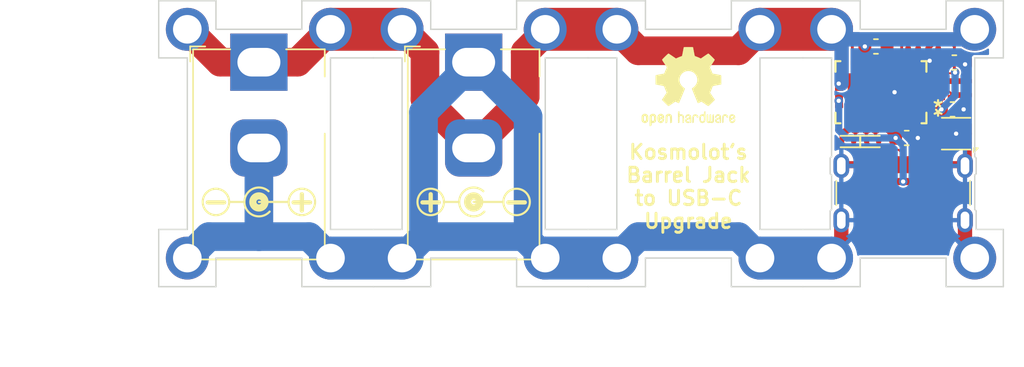
<source format=kicad_pcb>
(kicad_pcb (version 20240108) (generator "pcbnew") (generator_version "8.0")
  (layers (0 "F.Cu" signal) (31 "B.Cu" signal) (34 "B.Paste" user) (35 "F.Paste" user) (36 "B.SilkS" user "B.Silkscreen") (37 "F.SilkS" user "F.Silkscreen") (38 "B.Mask" user) (39 "F.Mask" user) (44 "Edge.Cuts" user))
  (net 0 "")
  (net 1 "/ADCIN4")
  (net 2 "+3.3V")
  (net 3 "/ADCIN3")
  (net 4 "+1.5V")
  (net 5 "/ADCIN1")
  (net 6 "/CC1")
  (net 7 "GND")
  (net 8 "/VBUS")
  (net 9 "/CC2")
  (net 10 "+12V")
  (net 11 "/ADCIN2")
  (net 15 "/DRAIN")
  (net 16 "/VIN_3V3")
  (footprint "Connector_USB:USB_C_Receptacle_GCT_USB4125-xx-x-0190_6P_TopMnt_Horizontal" (layer "F.Cu") (at 180 110.55)
    (property "Reference" "J3" (hide yes))
    (property "Value" "USB4125-GF-A	")
    (pad "A5" smd roundrect (at -0.5 -3.08) (size 0.7 1.2) (layers "F.Cu" "F.Paste" "F.Mask") (net 6 "/CC1"))
    (pad "A9" smd roundrect (at 1.52 -3.08 180) (size 0.76 1.2) (layers "F.Cu" "F.Paste" "F.Mask") (net 8 "/VBUS"))
    (pad "A12" smd roundrect (at 2.75 -3.08 180) (size 0.8 1.2) (layers "F.Cu" "F.Paste" "F.Mask") (net 7 "GND"))
    (pad "B5" smd roundrect (at 0.5 -3.08 180) (size 0.7 1.2) (layers "F.Cu" "F.Paste" "F.Mask") (net 9 "/CC2"))
    (pad "B9" smd roundrect (at -1.52 -3.08) (size 0.76 1.2) (layers "F.Cu" "F.Paste" "F.Mask") (net 8 "/VBUS"))
    (pad "B12" smd roundrect (at -2.75 -3.08) (size 0.8 1.2) (layers "F.Cu" "F.Paste" "F.Mask") (net 7 "GND"))
    (pad "S1" thru_hole oval (at -4.32 -3) (size 1.1 1.7) (drill oval 0.6 1.2) (layers "*.Cu" "*.Mask" "F.Paste") (net 7 "GND"))
    (pad "S1" thru_hole oval (at -4.32 0.8) (size 1.1 1.7) (drill oval 0.6 1.2) (layers "*.Cu" "*.Mask" "F.Paste") (net 7 "GND"))
    (pad "S1" thru_hole oval (at 4.32 -3) (size 1.1 1.7) (drill oval 0.6 1.2) (layers "*.Cu" "*.Mask" "F.Paste") (net 7 "GND"))
    (pad "S1" thru_hole oval (at 4.32 0.8) (size 1.1 1.7) (drill oval 0.6 1.2) (layers "*.Cu" "*.Mask" "F.Paste") (net 7 "GND"))
  )
  (footprint "Diode_SMD:D_SOD-923" (layer "F.Cu") (at 176.1275 105.85 180)
    (property "Reference" "D1" (hide yes))
    (property "Value" "ESD9C5.0ST5G")
    (pad "1" smd roundrect (at -0.42 0) (size 0.36 0.25) (layers "F.Cu" "F.Paste" "F.Mask") (net 6 "/CC1"))
    (pad "2" smd roundrect (at 0.42 0) (size 0.36 0.25) (layers "F.Cu" "F.Paste" "F.Mask") (net 7 "GND"))
  )
  (footprint "Package_SON:WSON-6-1EP_2x2mm_P0.65mm_EP1x1.6mm" (layer "F.Cu") (at 183.7 105.3 180)
    (property "Reference" "U1" (hide yes))
    (property "Value" "TVS2200DRV")
    (pad "1" smd roundrect (at -0.8875 -0.65 180) (size 0.375 0.4) (layers "F.Cu" "F.Paste" "F.Mask") (net 7 "GND"))
    (pad "2" smd roundrect (at -0.8875 0 180) (size 0.375 0.4) (layers "F.Cu" "F.Paste" "F.Mask") (net 7 "GND"))
    (pad "3" smd roundrect (at -0.8875 0.65 180) (size 0.375 0.4) (layers "F.Cu" "F.Paste" "F.Mask") (net 7 "GND"))
    (pad "4" smd roundrect (at 0.8875 0.65 180) (size 0.375 0.4) (layers "F.Cu" "F.Paste" "F.Mask") (net 8 "/VBUS"))
    (pad "5" smd roundrect (at 0.8875 0 180) (size 0.375 0.4) (layers "F.Cu" "F.Paste" "F.Mask") (net 8 "/VBUS"))
    (pad "6" smd roundrect (at 0.8875 -0.65 180) (size 0.375 0.4) (layers "F.Cu" "F.Paste" "F.Mask") (net 8 "/VBUS"))
    (pad "7" smd rect (at 0 0 180) (size 1 1.6) (property pad_prop_heatsink) (layers "F.Cu" "F.Mask") (net 7 "GND"))
  )
  (footprint "Symbol:OSHW-Logo2_7.3x6mm_SilkScreen" (layer "F.Cu") (at 165 102)
    (property "Reference" "REF**" (hide yes))
    (property "Value" "OSHW-Logo2_7.3x6mm_SilkScreen" (hide yes))
  )
  (footprint "Project:CMP" (layer "F.Cu") (at 150 106)
    (property "Reference" "J1" (hide yes))
    (property "Value" "CMP")
    (pad "1" thru_hole circle (at -5 -8) (size 3 3) (drill 2) (layers "*.Cu" "*.Mask") (net 10 "+12V"))
    (pad "2" thru_hole circle (at 5 -8) (size 3 3) (drill 2) (layers "*.Cu" "*.Mask") (net 10 "+12V"))
    (pad "3" thru_hole circle (at 5 8) (size 3 3) (drill 2) (layers "*.Cu" "*.Mask") (net 7 "GND"))
    (pad "4" thru_hole circle (at -5 8) (size 3 3) (drill 2) (layers "*.Cu" "*.Mask") (net 7 "GND"))
  )
  (footprint "Resistor_SMD:R_0201_0603Metric" (layer "F.Cu") (at 184.25 101.625)
    (property "Reference" "R5" (hide yes))
    (property "Value" "1.2k/1%")
    (pad "1" smd roundrect (at -0.32 0) (size 0.46 0.4) (layers "F.Cu" "F.Mask") (net 11 "/ADCIN2"))
    (pad "2" smd roundrect (at 0.32 0) (size 0.46 0.4) (layers "F.Cu" "F.Mask") (net 7 "GND"))
  )
  (footprint "Project:CMP" (layer "F.Cu") (at 135 106)
    (property "Reference" "J7" (hide yes))
    (property "Value" "CMP")
    (pad "1" thru_hole circle (at -5 -8) (size 3 3) (drill 2) (layers "*.Cu" "*.Mask") (net 10 "+12V"))
    (pad "2" thru_hole circle (at 5 -8) (size 3 3) (drill 2) (layers "*.Cu" "*.Mask") (net 10 "+12V"))
    (pad "3" thru_hole circle (at 5 8) (size 3 3) (drill 2) (layers "*.Cu" "*.Mask") (net 7 "GND"))
    (pad "4" thru_hole circle (at -5 8) (size 3 3) (drill 2) (layers "*.Cu" "*.Mask") (net 7 "GND"))
  )
  (footprint "Capacitor_SMD:C_0201_0603Metric" (layer "F.Cu") (at 177.75 105.1)
    (property "Reference" "C4" (hide yes))
    (property "Value" "330p")
    (pad "1" smd roundrect (at -0.32 0) (size 0.46 0.4) (layers "F.Cu" "F.Mask") (net 9 "/CC2"))
    (pad "2" smd roundrect (at 0.32 0) (size 0.46 0.4) (layers "F.Cu" "F.Mask") (net 7 "GND"))
  )
  (footprint "Resistor_SMD:R_0201_0603Metric" (layer "F.Cu") (at 181.05 99.1 -90)
    (property "Reference" "R8" (hide yes))
    (property "Value" "R")
    (pad "1" smd roundrect (at -0.32 0 270) (size 0.46 0.4) (layers "F.Cu" "F.Mask") (net 2 "+3.3V"))
    (pad "2" smd roundrect (at 0.32 0 270) (size 0.46 0.4) (layers "F.Cu" "F.Mask") (net 1 "/ADCIN4"))
  )
  (footprint "Capacitor_SMD:C_0603_1608Metric" (layer "F.Cu") (at 183.575 100.325)
    (property "Reference" "C2" (hide yes))
    (property "Value" "10u/6.3V")
    (pad "1" smd roundrect (at -0.775 0) (size 0.9 0.95) (layers "F.Cu" "F.Paste" "F.Mask") (net 4 "+1.5V"))
    (pad "2" smd roundrect (at 0.775 0) (size 0.9 0.95) (layers "F.Cu" "F.Paste" "F.Mask") (net 7 "GND"))
  )
  (footprint "Connector_BarrelJack:BarrelJack_Horizontal" (layer "F.Cu") (at 135 100.3 90)
    (property "Reference" "J6" (hide yes))
    (property "Value" "Barrel Jack Footprint")
    (pad "1" thru_hole rect (at 0 0 90) (size 4 4) (drill oval 2 3) (layers "*.Cu" "*.Mask") (net 10 "+12V"))
    (pad "2" thru_hole roundrect (at -6 0 90) (size 4 4) (drill oval 2 3) (layers "*.Cu" "*.Mask") (net 7 "GND"))
  )
  (footprint "Resistor_SMD:R_0201_0603Metric" (layer "F.Cu") (at 183.025 101.625)
    (property "Reference" "R4" (hide yes))
    (property "Value" "5.1k/1%")
    (pad "1" smd roundrect (at -0.32 0) (size 0.46 0.4) (layers "F.Cu" "F.Mask") (net 2 "+3.3V"))
    (pad "2" smd roundrect (at 0.32 0) (size 0.46 0.4) (layers "F.Cu" "F.Mask") (net 11 "/ADCIN2"))
  )
  (footprint "Connector_BarrelJack:BarrelJack_Horizontal" (layer "F.Cu") (at 150 100.3 90)
    (property "Reference" "J2" (hide yes))
    (property "Value" "Barrel Jack Footprint")
    (pad "1" thru_hole rect (at 0 0 90) (size 4 4) (drill oval 2 3) (layers "*.Cu" "*.Mask") (net 7 "GND"))
    (pad "2" thru_hole roundrect (at -6 0 90) (size 4 4) (drill oval 2 3) (layers "*.Cu" "*.Mask") (net 10 "+12V"))
  )
  (footprint "Project:WQFN38_REF_TEX" (layer "F.Cu") (at 178.45 102.4 180)
    (property "Reference" "U2" (hide yes))
    (property "Value" "TPS25730DREFR")
    (fp_text user "*" (at -3.989401 -1.1 0) (layer "F.SilkS"))
    (fp_text user "*" (at -3.989401 -1.1 180) (layer "F.SilkS"))
    (pad "1" smd rect (at -2.925 -1.000001 180) (size 0.5588 0.2032) (layers "F.Cu" "F.Paste" "F.Mask") (net 2 "+3.3V"))
    (pad "2" smd rect (at -2.925 -0.599999 180) (size 0.5588 0.2032) (layers "F.Cu" "F.Paste" "F.Mask") (net 5 "/ADCIN1"))
    (pad "3" smd rect (at -2.925 -0.2 180) (size 0.5588 0.2032) (layers "F.Cu" "F.Paste" "F.Mask") (net 11 "/ADCIN2"))
    (pad "4" smd rect (at -2.925 0.2 180) (size 0.5588 0.2032) (layers "F.Cu" "F.Paste" "F.Mask") (net 4 "+1.5V"))
    (pad "5" smd rect (at -2.925 0.599999 180) (size 0.5588 0.2032) (layers "F.Cu" "F.Paste" "F.Mask") (net 3 "/ADCIN3"))
    (pad "6" smd rect (at -2.925 1.000001 180) (size 0.5588 0.2032) (layers "F.Cu" "F.Paste" "F.Mask"))
    (pad "7" smd rect (at -2.4 1.925 270) (size 0.5588 0.2032) (layers "F.Cu" "F.Paste" "F.Mask") (net 1 "/ADCIN4"))
    (pad "8" smd rect (at -2.000001 1.925 270) (size 0.5588 0.2032) (layers "F.Cu" "F.Paste" "F.Mask") (net 7 "GND"))
    (pad "9" smd rect (at -1.599999 1.925 270) (size 0.5588 0.2032) (layers "F.Cu" "F.Paste" "F.Mask") (net 7 "GND"))
    (pad "10" smd rect (at -1.2 1.925 270) (size 0.5588 0.2032) (layers "F.Cu" "F.Paste" "F.Mask"))
    (pad "11" smd rect (at -0.800001 1.925 270) (size 0.5588 0.2032) (layers "F.Cu" "F.Paste" "F.Mask") (net 7 "GND"))
    (pad "12" smd rect (at -0.399999 1.925 270) (size 0.5588 0.2032) (layers "F.Cu" "F.Paste" "F.Mask") (net 7 "GND"))
    (pad "13" smd rect (at 0 1.925 270) (size 0.5588 0.2032) (layers "F.Cu" "F.Paste" "F.Mask"))
    (pad "14" smd rect (at 0.399999 1.925 270) (size 0.5588 0.2032) (layers "F.Cu" "F.Paste" "F.Mask") (net 7 "GND"))
    (pad "15" smd rect (at 0.800001 1.925 270) (size 0.5588 0.2032) (layers "F.Cu" "F.Paste" "F.Mask") (net 15 "/DRAIN"))
    (pad "16" smd rect (at 1.2 1.925 270) (size 0.5588 0.2032) (layers "F.Cu" "F.Paste" "F.Mask") (net 7 "GND"))
    (pad "17" smd rect (at 1.599999 1.925 270) (size 0.5588 0.2032) (layers "F.Cu" "F.Paste" "F.Mask") (net 7 "GND"))
    (pad "18" smd rect (at 1.999999 1.925 270) (size 0.5588 0.2032) (layers "F.Cu" "F.Paste" "F.Mask") (net 2 "+3.3V"))
    (pad "19" smd rect (at 2.4 1.925 270) (size 0.5588 0.2032) (layers "F.Cu" "F.Paste" "F.Mask"))
    (pad "20" smd rect (at 2.925 1.000001 180) (size 0.5588 0.2032) (layers "F.Cu" "F.Paste" "F.Mask") (net 10 "+12V"))
    (pad "21" smd rect (at 2.925 0.599999 180) (size 0.5588 0.2032) (layers "F.Cu" "F.Paste" "F.Mask") (net 10 "+12V"))
    (pad "22" smd rect (at 2.925 0.2 180) (size 0.5588 0.2032) (layers "F.Cu" "F.Paste" "F.Mask") (net 10 "+12V"))
    (pad "23" smd rect (at 2.925 -0.2 180) (size 0.5588 0.2032) (layers "F.Cu" "F.Paste" "F.Mask") (net 8 "/VBUS"))
    (pad "24" smd rect (at 2.925 -0.599999 180) (size 0.5588 0.2032) (layers "F.Cu" "F.Paste" "F.Mask") (net 8 "/VBUS"))
    (pad "25" smd rect (at 2.925 -1.000001 180) (size 0.5588 0.2032) (layers "F.Cu" "F.Paste" "F.Mask") (net 8 "/VBUS"))
    (pad "26" smd rect (at 2.4 -1.925 270) (size 0.5588 0.2032) (layers "F.Cu" "F.Paste" "F.Mask") (net 7 "GND"))
    (pad "27" smd rect (at 2.000001 -1.925 270) (size 0.5588 0.2032) (layers "F.Cu" "F.Paste" "F.Mask") (net 7 "GND"))
    (pad "28" smd rect (at 1.599999 -1.925 270) (size 0.5588 0.2032) (layers "F.Cu" "F.Paste" "F.Mask") (net 6 "/CC1"))
    (pad "29" smd rect (at 1.2 -1.925 270) (size 0.5588 0.2032) (layers "F.Cu" "F.Paste" "F.Mask") (net 9 "/CC2"))
    (pad "30" smd rect (at 0.800001 -1.925 270) (size 0.5588 0.2032) (layers "F.Cu" "F.Paste" "F.Mask") (net 15 "/DRAIN"))
    (pad "31" smd rect (at 0.399999 -1.925 270) (size 0.5588 0.2032) (layers "F.Cu" "F.Paste" "F.Mask") (net 7 "GND"))
    (pad "32" smd rect (at 0 -1.925 270) (size 0.5588 0.2032) (layers "F.Cu" "F.Paste" "F.Mask") (net 8 "/VBUS"))
    (pad "33" smd rect (at -0.399999 -1.925 270) (size 0.5588 0.2032) (layers "F.Cu" "F.Paste" "F.Mask") (net 8 "/VBUS"))
    (pad "34" smd rect (at -0.800001 -1.925 270) (size 0.5588 0.2032) (layers "F.Cu" "F.Paste" "F.Mask") (net 7 "GND"))
    (pad "35" smd rect (at -1.2 -1.925 270) (size 0.5588 0.2032) (layers "F.Cu" "F.Paste" "F.Mask") (net 7 "GND"))
    (pad "36" smd rect (at -1.599999 -1.925 270) (size 0.5588 0.2032) (layers "F.Cu" "F.Paste" "F.Mask") (net 7 "GND"))
    (pad "37" smd rect (at -1.999999 -1.925 270) (size 0.5588 0.2032) (layers "F.Cu" "F.Paste" "F.Mask"))
    (pad "38" smd rect (at -2.4 -1.925 270) (size 0.5588 0.2032) (layers "F.Cu" "F.Paste" "F.Mask") (net 16 "/VIN_3V3"))
    (pad "39" smd rect (at -0.965 0 180) (size 2.7178 2.6416) (layers "F.Cu" "F.Paste" "F.Mask") (net 7 "GND"))
    (pad "40" smd rect (at 1.560068 0 180) (size 1.524 2.6416) (layers "F.Cu" "F.Paste" "F.Mask") (net 15 "/DRAIN"))
  )
  (footprint "Symbol:Symbol_Barrel_Polarity" (layer "F.Cu") (at 150 110)
    (property "Reference" "REF**" (hide yes))
    (property "Value" "Symbol_Barrel_Polarity")
  )
  (footprint "Capacitor_SMD:C_0603_1608Metric" (layer "F.Cu") (at 180.25 105.6)
    (property "Reference" "C5" (hide yes))
    (property "Value" "1u/25V")
    (pad "1" smd roundrect (at -0.775 0) (size 0.9 0.95) (layers "F.Cu" "F.Paste" "F.Mask") (net 8 "/VBUS"))
    (pad "2" smd roundrect (at 0.775 0) (size 0.9 0.95) (layers "F.Cu" "F.Paste" "F.Mask") (net 7 "GND"))
  )
  (footprint "Diode_SMD:D_SOD-923" (layer "F.Cu") (at 177.8725 105.85)
    (property "Reference" "D2" (hide yes))
    (property "Value" "ESD9C5.0ST5G")
    (pad "1" smd roundrect (at -0.42 0 180) (size 0.36 0.25) (layers "F.Cu" "F.Paste" "F.Mask") (net 9 "/CC2"))
    (pad "2" smd roundrect (at 0.42 0 180) (size 0.36 0.25) (layers "F.Cu" "F.Paste" "F.Mask") (net 7 "GND"))
  )
  (footprint "Resistor_SMD:R_0201_0603Metric" (layer "F.Cu") (at 182.45 99.1 -90)
    (property "Reference" "R7" (hide yes))
    (property "Value" "0R")
    (pad "1" smd roundrect (at -0.32 0 270) (size 0.46 0.4) (layers "F.Cu" "F.Mask") (net 3 "/ADCIN3"))
    (pad "2" smd roundrect (at 0.32 0 270) (size 0.46 0.4) (layers "F.Cu" "F.Mask") (net 7 "GND"))
  )
  (footprint "Resistor_SMD:R_0201_0603Metric" (layer "F.Cu") (at 180.35 99.1 90)
    (property "Reference" "R9" (hide yes))
    (property "Value" "0R")
    (pad "1" smd roundrect (at -0.32 0 90) (size 0.46 0.4) (layers "F.Cu" "F.Mask") (net 1 "/ADCIN4"))
    (pad "2" smd roundrect (at 0.32 0 90) (size 0.46 0.4) (layers "F.Cu" "F.Mask") (net 7 "GND"))
  )
  (footprint "Capacitor_SMD:C_0603_1608Metric" (layer "F.Cu") (at 178.1 99.2)
    (property "Reference" "C6" (hide yes))
    (property "Value" "1u/25V")
    (pad "1" smd roundrect (at -0.775 0) (size 0.9 0.95) (layers "F.Cu" "F.Paste" "F.Mask") (net 10 "+12V"))
    (pad "2" smd roundrect (at 0.775 0) (size 0.9 0.95) (layers "F.Cu" "F.Paste" "F.Mask") (net 7 "GND"))
  )
  (footprint "Project:CMP" (layer "F.Cu") (at 165 106)
    (property "Reference" "J4" (hide yes))
    (property "Value" "CMP")
    (pad "1" thru_hole circle (at -5 -8) (size 3 3) (drill 2) (layers "*.Cu" "*.Mask") (net 10 "+12V"))
    (pad "2" thru_hole circle (at 5 -8) (size 3 3) (drill 2) (layers "*.Cu" "*.Mask") (net 10 "+12V"))
    (pad "3" thru_hole circle (at 5 8) (size 3 3) (drill 2) (layers "*.Cu" "*.Mask") (net 7 "GND"))
    (pad "4" thru_hole circle (at -5 8) (size 3 3) (drill 2) (layers "*.Cu" "*.Mask") (net 7 "GND"))
  )
  (footprint "Resistor_SMD:R_0201_0603Metric" (layer "F.Cu") (at 184.25 102.6)
    (property "Reference" "R3" (hide yes))
    (property "Value" "620R/1%")
    (pad "1" smd roundrect (at -0.32 0) (size 0.46 0.4) (layers "F.Cu" "F.Mask") (net 5 "/ADCIN1"))
    (pad "2" smd roundrect (at 0.32 0) (size 0.46 0.4) (layers "F.Cu" "F.Mask") (net 7 "GND"))
  )
  (footprint "Resistor_SMD:R_0201_0603Metric" (layer "F.Cu") (at 181.75 99.1 -90)
    (property "Reference" "R6" (hide yes))
    (property "Value" "R")
    (pad "1" smd roundrect (at -0.32 0 270) (size 0.46 0.4) (layers "F.Cu" "F.Mask") (net 2 "+3.3V"))
    (pad "2" smd roundrect (at 0.32 0 270) (size 0.46 0.4) (layers "F.Cu" "F.Mask") (net 3 "/ADCIN3"))
  )
  (footprint "Project:CMP" (layer "F.Cu") (at 180 106)
    (property "Reference" "J5" (hide yes))
    (property "Value" "CMP")
    (pad "1" thru_hole circle (at -5 -8) (size 3 3) (drill 2) (layers "*.Cu" "*.Mask") (net 10 "+12V"))
    (pad "2" thru_hole circle (at 5 -8) (size 3 3) (drill 2) (layers "*.Cu" "*.Mask") (net 10 "+12V"))
    (pad "3" thru_hole circle (at 5 8) (size 3 3) (drill 2) (layers "*.Cu" "*.Mask") (net 7 "GND"))
    (pad "4" thru_hole circle (at -5 8) (size 3 3) (drill 2) (layers "*.Cu" "*.Mask") (net 7 "GND"))
  )
  (footprint "Symbol:Symbol_Barrel_Polarity" (layer "F.Cu") (at 135 110)
    (property "Reference" "REF**" (hide yes))
    (property "Value" "Symbol_Barrel_Polarity")
  )
  (footprint "Capacitor_SMD:C_0201_0603Metric" (layer "F.Cu") (at 176.35 105.1 180)
    (property "Reference" "C3" (hide yes))
    (property "Value" "330p")
    (pad "1" smd roundrect (at -0.32 0 180) (size 0.46 0.4) (layers "F.Cu" "F.Mask") (net 6 "/CC1"))
    (pad "2" smd roundrect (at 0.32 0 180) (size 0.46 0.4) (layers "F.Cu" "F.Mask") (net 7 "GND"))
  )
  (footprint "Capacitor_SMD:C_0201_0603Metric" (layer "F.Cu") (at 182 105.45 -90)
    (property "Reference" "C7" (hide yes))
    (property "Value" "100n")
    (pad "1" smd roundrect (at -0.32 0 270) (size 0.46 0.4) (layers "F.Cu" "F.Mask") (net 16 "/VIN_3V3"))
    (pad "2" smd roundrect (at 0.32 0 270) (size 0.46 0.4) (layers "F.Cu" "F.Mask") (net 7 "GND"))
  )
  (footprint "Resistor_SMD:R_0201_0603Metric" (layer "F.Cu") (at 183.025 102.775)
    (property "Reference" "R2" (hide yes))
    (property "Value" "5.1k/1%")
    (pad "1" smd roundrect (at -0.32 0) (size 0.46 0.4) (layers "F.Cu" "F.Mask") (net 2 "+3.3V"))
    (pad "2" smd roundrect (at 0.32 0) (size 0.46 0.4) (layers "F.Cu" "F.Mask") (net 5 "/ADCIN1"))
  )
  (footprint "Capacitor_SMD:C_0603_1608Metric" (layer "F.Cu") (at 183.45 103.6)
    (property "Reference" "C1" (hide yes))
    (property "Value" "10u/6.3V")
    (pad "1" smd roundrect (at -0.775 0) (size 0.9 0.95) (layers "F.Cu" "F.Paste" "F.Mask") (net 2 "+3.3V"))
    (pad "2" smd roundrect (at 0.775 0) (size 0.9 0.95) (layers "F.Cu" "F.Paste" "F.Mask") (net 7 "GND"))
  )
  (gr_rect (start 175.25 101.3) (end 175.8 102.3) (fill solid) (layer "F.Cu") (net 10))
  (gr_rect (start 178.35 104.05) (end 178.95 104.6) (fill solid) (layer "F.Cu") (net 8))
  (gr_rect (start 175.25 102.5) (end 175.8 103.5) (fill solid) (layer "F.Cu") (net 8))
  (gr_rect (start 179.15 104.05) (end 179.75 104.6) (fill solid) (layer "F.Cu") (net 7))
  (gr_line (start 185.1 107) (end 185.1 108.1) (stroke (width 0.1)) (layer "Edge.Cuts"))
  (gr_line (start 138 116) (end 138 114) (stroke (width 0.1)) (layer "Edge.Cuts"))
  (gr_line (start 162 114) (end 162 116) (stroke (width 0.1)) (layer "Edge.Cuts"))
  (gr_line (start 185.1 108.1) (end 185 108.2) (stroke (width 0.1)) (layer "Edge.Cuts"))
  (gr_line (start 140 100) (end 140 112) (stroke (width 0.1)) (layer "Edge.Cuts"))
  (gr_line (start 143 116) (end 147 116) (stroke (width 0.1)) (layer "Edge.Cuts"))
  (gr_line (start 143 100) (end 140 100) (stroke (width 0.1)) (layer "Edge.Cuts"))
  (gr_line (start 128 96) (end 128 100) (stroke (width 0.1)) (layer "Edge.Cuts"))
  (gr_line (start 147 98) (end 153 98) (stroke (width 0.1)) (layer "Edge.Cuts"))
  (gr_line (start 143 112) (end 145 112) (stroke (width 0.1)) (layer "Edge.Cuts"))
  (gr_line (start 177 98) (end 183 98) (stroke (width 0.1)) (layer "Edge.Cuts"))
  (gr_line (start 168 114) (end 162 114) (stroke (width 0.1)) (layer "Edge.Cuts"))
  (gr_line (start 140 112) (end 143 112) (stroke (width 0.1)) (layer "Edge.Cuts"))
  (gr_line (start 128 116) (end 132 116) (stroke (width 0.1)) (layer "Edge.Cuts"))
  (gr_line (start 173 116) (end 177 116) (stroke (width 0.1)) (layer "Edge.Cuts"))
  (gr_line (start 130 112) (end 130 100) (stroke (width 0.1)) (layer "Edge.Cuts"))
  (gr_line (start 158 116) (end 153 116) (stroke (width 0.1)) (layer "Edge.Cuts"))
  (gr_line (start 187 116) (end 183 116) (stroke (width 0.1)) (layer "Edge.Cuts"))
  (gr_line (start 160 100) (end 158 100) (stroke (width 0.1)) (layer "Edge.Cuts"))
  (gr_line (start 173 116) (end 168 116) (stroke (width 0.1)) (layer "Edge.Cuts"))
  (gr_line (start 162 98) (end 168 98) (stroke (width 0.1)) (layer "Edge.Cuts"))
  (gr_line (start 153 114) (end 147 114) (stroke (width 0.1)) (layer "Edge.Cuts"))
  (gr_line (start 170 100) (end 170 112) (stroke (width 0.1)) (layer "Edge.Cuts"))
  (gr_line (start 128 96) (end 132 96) (stroke (width 0.1)) (layer "Edge.Cuts"))
  (gr_line (start 153 116) (end 153 114) (stroke (width 0.1)) (layer "Edge.Cuts"))
  (gr_line (start 174.9 112) (end 174.9 110.7) (stroke (width 0.1)) (layer "Edge.Cuts"))
  (gr_line (start 175 106.9) (end 175 100) (stroke (width 0.1)) (layer "Edge.Cuts"))
  (gr_line (start 175 108.2) (end 174.9 108.1) (stroke (width 0.1)) (layer "Edge.Cuts"))
  (gr_line (start 174.9 107) (end 175 106.9) (stroke (width 0.1)) (layer "Edge.Cuts"))
  (gr_line (start 174.9 108.1) (end 174.9 107) (stroke (width 0.1)) (layer "Edge.Cuts"))
  (gr_line (start 175 110.6) (end 175 108.2) (stroke (width 0.1)) (layer "Edge.Cuts"))
  (gr_line (start 147 114) (end 147 116) (stroke (width 0.1)) (layer "Edge.Cuts"))
  (gr_line (start 143 96) (end 147 96) (stroke (width 0.1)) (layer "Edge.Cuts"))
  (gr_line (start 183 114) (end 177 114) (stroke (width 0.1)) (layer "Edge.Cuts"))
  (gr_line (start 138 114) (end 132 114) (stroke (width 0.1)) (layer "Edge.Cuts"))
  (gr_line (start 158 96) (end 162 96) (stroke (width 0.1)) (layer "Edge.Cuts"))
  (gr_line (start 173 96) (end 177 96) (stroke (width 0.1)) (layer "Edge.Cuts"))
  (gr_line (start 138 98) (end 138 96) (stroke (width 0.1)) (layer "Edge.Cuts"))
  (gr_line (start 145 112) (end 145 100) (stroke (width 0.1)) (layer "Edge.Cuts"))
  (gr_line (start 128 116) (end 128 112) (stroke (width 0.1)) (layer "Edge.Cuts"))
  (gr_line (start 170 112) (end 173 112) (stroke (width 0.1)) (layer "Edge.Cuts"))
  (gr_line (start 187 100) (end 185 100) (stroke (width 0.1)) (layer "Edge.Cuts"))
  (gr_line (start 158 112) (end 160 112) (stroke (width 0.1)) (layer "Edge.Cuts"))
  (gr_line (start 158 96) (end 153 96) (stroke (width 0.1)) (layer "Edge.Cuts"))
  (gr_line (start 173 96) (end 168 96) (stroke (width 0.1)) (layer "Edge.Cuts"))
  (gr_line (start 173 112) (end 174.9 112) (stroke (width 0.1)) (layer "Edge.Cuts"))
  (gr_line (start 174.9 110.7) (end 175 110.6) (stroke (width 0.1)) (layer "Edge.Cuts"))
  (gr_line (start 143 116) (end 138 116) (stroke (width 0.1)) (layer "Edge.Cuts"))
  (gr_line (start 162 96) (end 162 98) (stroke (width 0.1)) (layer "Edge.Cuts"))
  (gr_line (start 158 116) (end 162 116) (stroke (width 0.1)) (layer "Edge.Cuts"))
  (gr_line (start 130 100) (end 128 100) (stroke (width 0.1)) (layer "Edge.Cuts"))
  (gr_line (start 185 106.9) (end 185.1 107) (stroke (width 0.1)) (layer "Edge.Cuts"))
  (gr_line (start 173 100) (end 170 100) (stroke (width 0.1)) (layer "Edge.Cuts"))
  (gr_line (start 145 100) (end 143 100) (stroke (width 0.1)) (layer "Edge.Cuts"))
  (gr_line (start 132 98) (end 138 98) (stroke (width 0.1)) (layer "Edge.Cuts"))
  (gr_line (start 187 116) (end 187 112) (stroke (width 0.1)) (layer "Edge.Cuts"))
  (gr_line (start 143 96) (end 138 96) (stroke (width 0.1)) (layer "Edge.Cuts"))
  (gr_line (start 183 116) (end 183 114) (stroke (width 0.1)) (layer "Edge.Cuts"))
  (gr_line (start 155 100) (end 155 112) (stroke (width 0.1)) (layer "Edge.Cuts"))
  (gr_line (start 187 96) (end 187 100) (stroke (width 0.1)) (layer "Edge.Cuts"))
  (gr_line (start 132 114) (end 132 116) (stroke (width 0.1)) (layer "Edge.Cuts"))
  (gr_line (start 153 98) (end 153 96) (stroke (width 0.1)) (layer "Edge.Cuts"))
  (gr_line (start 175 100) (end 173 100) (stroke (width 0.1)) (layer "Edge.Cuts"))
  (gr_line (start 147 96) (end 147 98) (stroke (width 0.1)) (layer "Edge.Cuts"))
  (gr_line (start 185 110.6) (end 185.1 110.7) (stroke (width 0.1)) (layer "Edge.Cuts"))
  (gr_line (start 185.1 112) (end 187 112) (stroke (width 0.1)) (layer "Edge.Cuts"))
  (gr_line (start 183 98) (end 183 96) (stroke (width 0.1)) (layer "Edge.Cuts"))
  (gr_line (start 187 96) (end 183 96) (stroke (width 0.1)) (layer "Edge.Cuts"))
  (gr_line (start 168 116) (end 168 114) (stroke (width 0.1)) (layer "Edge.Cuts"))
  (gr_line (start 160 112) (end 160 100) (stroke (width 0.1)) (layer "Edge.Cuts"))
  (gr_line (start 177 114) (end 177 116) (stroke (width 0.1)) (layer "Edge.Cuts"))
  (gr_line (start 155 112) (end 158 112) (stroke (width 0.1)) (layer "Edge.Cuts"))
  (gr_line (start 177 96) (end 177 98) (stroke (width 0.1)) (layer "Edge.Cuts"))
  (gr_line (start 128 112) (end 130 112) (stroke (width 0.1)) (layer "Edge.Cuts"))
  (gr_line (start 132 96) (end 132 98) (stroke (width 0.1)) (layer "Edge.Cuts"))
  (gr_line (start 168 98) (end 168 96) (stroke (width 0.1)) (layer "Edge.Cuts"))
  (gr_line (start 158 100) (end 155 100) (stroke (width 0.1)) (layer "Edge.Cuts"))
  (gr_line (start 185 100) (end 185 106.9) (stroke (width 0.1)) (layer "Edge.Cuts"))
  (gr_line (start 185 108.2) (end 185 110.6) (stroke (width 0.1)) (layer "Edge.Cuts"))
  (gr_line (start 185.1 110.7) (end 185.1 112) (stroke (width 0.1)) (layer "Edge.Cuts"))
  (gr_text "-" (at 132 110 0) (layer "F.SilkS") (effects (font (size 1.5 1.5) (thickness 0.3) (bold yes))))
  (gr_text "+" (at 138 110 0) (layer "F.SilkS") (effects (font (size 1.5 1.5) (thickness 0.3) (bold yes))))
  (gr_text "-" (at 153 110 0) (layer "F.SilkS") (effects (font (size 1.5 1.5) (thickness 0.3) (bold yes))))
  (gr_text "+" (at 147 110 0) (layer "F.SilkS") (effects (font (size 1.5 1.5) (thickness 0.3) (bold yes))))
  (gr_text "Kosmolot's\nBarrel Jack\nto USB-C\nUpgrade" (at 165 109 0) (layer "F.SilkS") (effects (font (size 1 1) (thickness 0.2) (bold yes))))
  (segment (start 181.05 99.83) (end 181.05 99.42) (width 0.127) (layer "F.Cu") (net 1))
  (segment (start 181.05 99.42) (end 180.35 99.42) (width 0.127) (layer "F.Cu") (net 1))
  (segment (start 180.85 100.475) (end 180.85 100.03) (width 0.127) (layer "F.Cu") (net 1))
  (segment (start 180.85 100.03) (end 181.05 99.83) (width 0.127) (layer "F.Cu") (net 1))
  (segment (start 183.575 101.05) (end 183.575 99.949564) (width 0.127) (layer "F.Cu") (net 2))
  (segment (start 183.575 99.949564) (end 183.575001 99.949563) (width 0.127) (layer "F.Cu") (net 2))
  (segment (start 176.450001 100.475) (end 176.450001 98.954539) (width 0.2) (layer "F.Cu") (net 2))
  (segment (start 182.475001 103.400001) (end 182.675 103.6) (width 0.2) (layer "F.Cu") (net 2))
  (segment (start 183.4 101.075) (end 183.5 100.975) (width 0.127) (layer "F.Cu") (net 2))
  (segment (start 182.705 103.57) (end 182.675 103.6) (width 0.127) (layer "F.Cu") (net 2))
  (segment (start 181.75 98.78) (end 181.75 98.325) (width 0.2) (layer "F.Cu") (net 2))
  (segment (start 177.08154 98.323) (end 181.05 98.323) (width 0.2) (layer "F.Cu") (net 2))
  (segment (start 182.705 102.775) (end 182.705 103.57) (width 0.127) (layer "F.Cu") (net 2))
  (segment (start 183.575 99.2) (end 183.575 101.05) (width 0.2) (layer "F.Cu") (net 2))
  (segment (start 181.05 98.323) (end 181.773 98.323) (width 0.2) (layer "F.Cu") (net 2))
  (segment (start 182.825 101.075) (end 183.4 101.075) (width 0.127) (layer "F.Cu") (net 2))
  (segment (start 182.698 98.323) (end 183.575 99.2) (width 0.2) (layer "F.Cu") (net 2))
  (segment (start 176.450001 98.954539) (end 177.08154 98.323) (width 0.2) (layer "F.Cu") (net 2))
  (segment (start 182.705 101.625) (end 182.705 101.195) (width 0.127) (layer "F.Cu") (net 2))
  (segment (start 181.375 103.400001) (end 182.475001 103.400001) (width 0.2) (layer "F.Cu") (net 2))
  (segment (start 181.773 98.323) (end 182.698 98.323) (width 0.2) (layer "F.Cu") (net 2))
  (segment (start 181.05 98.323) (end 181.05 98.78) (width 0.2) (layer "F.Cu") (net 2))
  (segment (start 182.705 101.195) (end 182.825 101.075) (width 0.127) (layer "F.Cu") (net 2))
  (via (at 182.675 103.6) (size 0.6) (drill 0.3) (layers "F.Cu" "B.Cu") (net 2))
  (via (at 183.62761 101.019187) (size 0.6) (drill 0.3) (layers "F.Cu" "B.Cu") (net 2))
  (segment (start 183.62761 101.019187) (end 183.62761 102.64739) (width 0.5) (layer "B.Cu") (net 2))
  (segment (start 183.62761 102.64739) (end 182.675 103.6) (width 0.5) (layer "B.Cu") (net 2))
  (segment (start 182.4464 98.78) (end 182.45 98.78) (width 0.127) (layer "F.Cu") (net 3))
  (segment (start 181.35 100.707899) (end 181.35 99.8764) (width 0.127) (layer "F.Cu") (net 3))
  (segment (start 181.799999 101.800001) (end 181.8449 101.7551) (width 0.127) (layer "F.Cu") (net 3))
  (segment (start 181.375 101.800001) (end 181.799999 101.800001) (width 0.127) (layer "F.Cu") (net 3))
  (segment (start 181.8449 101.202799) (end 181.35 100.707899) (width 0.127) (layer "F.Cu") (net 3))
  (segment (start 181.35 99.8764) (end 182.4464 98.78) (width 0.127) (layer "F.Cu") (net 3))
  (segment (start 181.8449 101.7551) (end 181.8449 101.202799) (width 0.127) (layer "F.Cu") (net 3))
  (segment (start 182.1354 100.9896) (end 182.8 100.325) (width 0.2) (layer "F.Cu") (net 4))
  (segment (start 181.8544 102.2) (end 182.1354 101.919) (width 0.2) (layer "F.Cu") (net 4))
  (segment (start 182.1354 101.919) (end 182.1354 100.9896) (width 0.2) (layer "F.Cu") (net 4))
  (segment (start 181.375 102.2) (end 181.8544 102.2) (width 0.2) (layer "F.Cu") (net 4))
  (segment (start 181.375 102.999999) (end 181.82444 102.999999) (width 0.127) (layer "F.Cu") (net 5))
  (segment (start 183.93 102.6) (end 183.83 102.7) (width 0.127) (layer "F.Cu") (net 5))
  (segment (start 183.42 102.7) (end 183.345 102.775) (width 0.127) (layer "F.Cu") (net 5))
  (segment (start 183.345 102.47) (end 183.345 102.775) (width 0.127) (layer "F.Cu") (net 5))
  (segment (start 181.82444 102.999999) (end 182.439939 102.3845) (width 0.127) (layer "F.Cu") (net 5))
  (segment (start 183.2595 102.3845) (end 183.345 102.47) (width 0.127) (layer "F.Cu") (net 5))
  (segment (start 183.83 102.7) (end 183.42 102.7) (width 0.127) (layer "F.Cu") (net 5))
  (segment (start 182.439939 102.3845) (end 183.2595 102.3845) (width 0.127) (layer "F.Cu") (net 5))
  (segment (start 176.850001 104.919999) (end 176.67 105.1) (width 0.2) (layer "F.Cu") (net 6))
  (segment (start 178.9795 106.6795) (end 176.8295 106.6795) (width 0.127) (layer "F.Cu") (net 6))
  (segment (start 176.67 105.1) (end 176.67 105.7275) (width 0.2) (layer "F.Cu") (net 6))
  (segment (start 176.850001 104.325) (end 176.850001 104.919999) (width 0.2) (layer "F.Cu") (net 6))
  (segment (start 176.8295 106.6795) (end 176.5475 106.3975) (width 0.127) (layer "F.Cu") (net 6))
  (segment (start 179.5 107.2) (end 178.9795 106.6795) (width 0.127) (layer "F.Cu") (net 6))
  (segment (start 179.5 107.47) (end 179.5 107.2) (width 0.127) (layer "F.Cu") (net 6))
  (segment (start 176.5475 106.3975) (end 176.5475 105.85) (width 0.127) (layer "F.Cu") (net 6))
  (segment (start 176.67 105.7275) (end 176.5475 105.85) (width 0.2) (layer "F.Cu") (net 6))
  (segment (start 179.4 102.415) (end 179.4 102.4) (width 0.2) (layer "F.Cu") (net 7))
  (segment (start 178.050001 100.475) (end 178.050001 101.035001) (width 0.2) (layer "F.Cu") (net 7))
  (segment (start 184.57 100.545) (end 184.35 100.325) (width 0.127) (layer "F.Cu") (net 7))
  (segment (start 177.25 99.9956) (end 177.2956 99.95) (width 0.2) (layer "F.Cu") (net 7))
  (segment (start 179.415 102.4) (end 179.415 102.4) (width 0.2) (layer "F.Cu") (net 7))
  (segment (start 180.07 98.78) (end 179.9 98.95) (width 0.2) (layer "F.Cu") (net 7))
  (segment (start 184.32 111.35) (end 184.32 113.32) (width 1) (layer "F.Cu") (net 7))
  (segment (start 184.5875 104.65) (end 184.5875 105.95) (width 0.4) (layer "F.Cu") (net 7))
  (segment (start 181.025 105.6) (end 181.195 105.77) (width 0.2) (layer "F.Cu") (net 7))
  (segment (start 175.68 111.35) (end 175.68 113.32) (width 1) (layer "F.Cu") (net 7))
  (segment (start 184.57 103.255) (end 184.225 103.6) (width 0.127) (layer "F.Cu") (net 7))
  (segment (start 175.68 113.32) (end 175 114) (width 1) (layer "F.Cu") (net 7))
  (segment (start 177.25 100.475) (end 177.25 99.9956) (width 0.2) (layer "F.Cu") (net 7))
  (segment (start 178.849999 99.225001) (end 178.875 99.2) (width 0.2) (layer "F.Cu") (net 7))
  (segment (start 179.65 104.35) (end 179.65 103.059999) (width 0.2) (layer "F.Cu") (net 7))
  (segment (start 184.57 101.625) (end 184.57 100.545) (width 0.127) (layer "F.Cu") (net 7))
  (segment (start 178.05 99.95) (end 178.050001 99.949999) (width 0.2) (layer "F.Cu") (net 7))
  (segment (start 176.05 105.08) (end 176.03 105.1) (width 0.2) (layer "F.Cu") (net 7))
  (segment (start 178.050001 105.080001) (end 178.07 105.1) (width 0.2) (layer "F.Cu") (net 7))
  (segment (start 180.35 98.78) (end 180.07 98.78) (width 0.2) (layer "F.Cu") (net 7))
  (segment (start 175.76 107.47) (end 175.68 107.55) (width 0.5) (layer "F.Cu") (net 7))
  (segment (start 179.250001 102.235001) (end 179.415 102.4) (width 0.2) (layer "F.Cu") (net 7))
  (segment (start 176.850001 99.950001) (end 176.85 99.95) (width 0.2) (layer "F.Cu") (net 7))
  (segment (start 184.5875 105.95) (end 184.5875 107.2825) (width 0.4) (layer "F.Cu") (net 7))
  (segment (start 184.5875 107.2825) (end 184.32 107.55) (width 0.4) (layer "F.Cu") (net 7))
  (segment (start 184.32 113.32) (end 185 114) (width 1) (layer "F.Cu") (net 7))
  (segment (start 181.85 100) (end 181.85 100.2) (width 0.127) (layer "F.Cu") (net 7))
  (segment (start 177.2956 99.95) (end 178.05 99.95) (width 0.2) (layer "F.Cu") (net 7))
  (segment (start 176.05 104.325) (end 176.05 105.08) (width 0.2) (layer "F.Cu") (net 7))
  (segment (start 180.450001 100.475) (end 180.450001 101.364999) (width 0.2) (layer "F.Cu") (net 7))
  (segment (start 182.75 107.47) (end 184.24 107.47) (width 0.5) (layer "F.Cu") (net 7))
  (segment (start 179.9 99.75) (end 180.049999 99.899999) (width 0.2) (layer "F.Cu") (net 7))
  (segment (start 178.050001 101.035001) (end 179.415 102.4) (width 0.2) (layer "F.Cu") (net 7))
  (segment (start 184.24 107.47) (end 184.32 107.55) (width 0.5) (layer "F.Cu") (net 7))
  (segment (start 176.05 104.325) (end 176.449999 104.325) (width 0.2) (layer "F.Cu") (net 7))
  (segment (start 178.07 105.1) (end 178.07 105.6275) (width 0.2) (layer "F.Cu") (net 7))
  (segment (start 184.57 102.6) (end 184.57 103.255) (width 0.127) (layer "F.Cu") (net 7))
  (segment (start 176.85 99.95) (end 177.2956 99.95) (width 0.2) (layer "F.Cu") (net 7))
  (segment (start 180.049999 99.899999) (end 180.049999 100.475) (width 0.2) (layer "F.Cu") (net 7))
  (segment (start 175.68 105.45) (end 176.03 105.1) (width 0.25) (layer "F.Cu") (net 7))
  (segment (start 180.049999 100.475) (end 180.049999 101.765001) (width 0.2) (layer "F.Cu") (net 7))
  (segment (start 178.050001 103.764999) (end 179.4 102.415) (width 0.2) (layer "F.Cu") (net 7))
  (segment (start 178.050001 99.949999) (end 178.050001 100.475) (width 0.2) (layer "F.Cu") (net 7))
  (segment (start 179.9 98.95) (end 179.9 99.75) (width 0.2) (layer "F.Cu") (net 7))
  (segment (start 180.049999 101.765001) (end 179.415 102.4) (width 0.2) (layer "F.Cu") (net 7))
  (segment (start 182.45 99.42) (end 182.43 99.42) (width 0.127) (layer "F.Cu") (net 7))
  (segment (start 178.849999 100.475) (end 178.849999 99.225001) (width 0.2) (layer "F.Cu") (net 7))
  (segment (start 178.07 105.6275) (end 178.2925 105.85) (width 0.2) (layer "F.Cu") (net 7))
  (segment (start 182.43 99.42) (end 181.85 100) (width 0.127) (layer "F.Cu") (net 7))
  (segment (start 184.5875 105.3) (end 183.7 105.3) (width 0.4) (layer "F.Cu") (net 7))
  (segment (start 178.849999 100.475) (end 178.849999 101.834999) (width 0.2) (layer "F.Cu") (net 7))
  (segment (start 179.250001 100.475) (end 179.250001 102.235001) (width 0.2) (layer "F.Cu") (net 7))
  (segment (start 180.049999 104.325) (end 180.049999 103.034999) (width 0.2) (layer "F.Cu") (net 7))
  (segment (start 178.050001 104.325) (end 178.050001 105.080001) (width 0.2) (layer "F.Cu") (net 7))
  (segment (start 179.4 102.4) (end 179.415 102.4) (width 0.2) (layer "F.Cu") (net 7))
  (segment (start 176.850001 100.475) (end 176.850001 99.950001) (width 0.2) (layer "F.Cu") (net 7))
  (segment (start 179.25 104.35) (end 179.25 103.059999) (width 0.2) (layer "F.Cu") (net 7))
  (segment (start 178.849999 101.834999) (end 179.415 102.4) (width 0.2) (layer "F.Cu") (net 7))
  (segment (start 177.25 107.47) (end 175.76 107.47) (width 0.5) (layer "F.Cu") (net 7))
  (segment (start 178.050001 104.325) (end 178.050001 103.764999) (width 0.2) (layer "F.Cu") (net 7))
  (segment (start 180.049999 103.034999) (end 179.415 102.4) (width 0.2) (layer "F.Cu") (net 7))
  (segment (start 180.450001 101.364999) (end 179.415 102.4) (width 0.2) (layer "F.Cu") (net 7))
  (segment (start 181.195 105.77) (end 182 105.77) (width 0.2) (layer "F.Cu") (net 7))
  (segment (start 175.68 107.55) (end 175.68 105.45) (width 0.25) (layer "F.Cu") (net 7))
  (via (at 184.225 103.6) (size 0.6) (drill 0.3) (layers "F.Cu" "B.Cu") (net 7))
  (via (at 179.4 102.4) (size 0.6) (drill 0.3) (layers "F.Cu" "B.Cu") (net 7))
  (via (at 183.7 105.3) (size 0.6) (drill 0.3) (layers "F.Cu" "B.Cu") (net 7))
  (via (at 184.325 100.45) (size 0.6) (drill 0.3) (layers "F.Cu" "B.Cu") (net 7))
  (via (at 181.85 100.2) (size 0.6) (drill 0.3) (layers "F.Cu" "B.Cu") (net 7))
  (via (at 181.025 105.6) (size 0.6) (drill 0.3) (layers "F.Cu" "B.Cu") (net 7))
  (segment (start 145 114) (end 146.5 112.5) (width 2) (layer "B.Cu") (net 7))
  (segment (start 131.5 112.5) (end 130 114) (width 2) (layer "B.Cu") (net 7))
  (segment (start 153.8 112.8) (end 153.8 104.1) (width 2) (layer "B.Cu") (net 7))
  (segment (start 146.5 112.5) (end 153.5 112.5) (width 2) (layer "B.Cu") (net 7))
  (segment (start 146.5 112.5) (end 146.5 103.8) (width 2) (layer "B.Cu") (net 7))
  (segment (start 168.5 112.5) (end 170 114) (width 2) (layer "B.Cu") (net 7))
  (segment (start 146.5 103.8) (end 150 100.3) (width 2) (layer "B.Cu") (net 7))
  (segment (start 140 114) (end 138.5 112.5) (width 2) (layer "B.Cu") (net 7))
  (segment (start 145 114) (end 140 114) (width 3) (layer "B.Cu") (net 7))
  (segment (start 135 112.5) (end 131.5 112.5) (width 2) (layer "B.Cu") (net 7))
  (segment (start 155 114) (end 153.8 112.8) (width 2) (layer "B.Cu") (net 7))
  (segment (start 138.5 112.5) (end 135 112.5) (width 2) (layer "B.Cu") (net 7))
  (segment (start 135 112.5) (end 135 106.3) (width 2) (layer "B.Cu") (net 7))
  (segment (start 153.5 112.5) (end 155 114) (width 2) (layer "B.Cu") (net 7))
  (segment (start 170 114) (end 175 114) (width 3) (layer "B.Cu") (net 7))
  (segment (start 153.8 104.1) (end 150 100.3) (width 2) (layer "B.Cu") (net 7))
  (segment (start 155 114) (end 160 114) (width 3) (layer "B.Cu") (net 7))
  (segment (start 160 114) (end 161.5 112.5) (width 2) (layer "B.Cu") (net 7))
  (segment (start 161.5 112.5) (end 168.5 112.5) (width 2) (layer "B.Cu") (net 7))
  (segment (start 181.52 107.23) (end 181.52 107.47) (width 0.4) (layer "F.Cu") (net 8))
  (segment (start 178.75 104.875) (end 178.75 104.35) (width 0.4) (layer "F.Cu") (net 8))
  (segment (start 182.8125 105.95) (end 182.8 105.95) (width 0.4) (layer "F.Cu") (net 8))
  (segment (start 181.52 108.38) (end 181.52 107.47) (width 0.5) (layer "F.Cu") (net 8))
  (segment (start 181.25 108.65) (end 181.52 108.38) (width 0.5) (layer "F.Cu") (net 8))
  (segment (start 182.8125 105.95) (end 182.8125 104.65) (width 0.4) (layer "F.Cu") (net 8))
  (segment (start 175.525 103) (end 175.525 103.400001) (width 0.127) (layer "F.Cu") (net 8))
  (segment (start 178.48 107.47) (end 178.48 108.48) (width 0.5) (layer "F.Cu") (net 8))
  (segment (start 179.475 105.6) (end 178.75 104.875) (width 0.4) (layer "F.Cu") (net 8))
  (segment (start 182.8 105.95) (end 181.52 107.23) (width 0.4) (layer "F.Cu") (net 8))
  (segment (start 178.65 108.65) (end 181.25 108.65) (width 0.5) (layer "F.Cu") (net 8))
  (segment (start 178.48 108.48) (end 178.65 108.65) (width 0.5) (layer "F.Cu") (net 8))
  (segment (start 175.525 102.999999) (end 175.525 102.6) (width 0.127) (layer "F.Cu") (net 8))
  (via (at 179.475 105.6) (size 0.6) (drill 0.3) (layers "F.Cu" "B.Cu") (net 8))
  (via (at 180 108.65) (size 0.6) (drill 0.3) (layers "F.Cu" "B.Cu") (net 8))
  (via (at 175.5 103) (size 0.6) (drill 0.3) (layers "F.Cu" "B.Cu") (net 8))
  (segment (start 180 106.125) (end 180 108.65) (width 0.5) (layer "B.Cu") (net 8))
  (segment (start 175.5 103) (end 175.5 105.05) (width 0.5) (layer "B.Cu") (net 8))
  (segment (start 175.5 105.05) (end 176.05 105.6) (width 0.5) (layer "B.Cu") (net 8))
  (segment (start 176.05 105.6) (end 179.475 105.6) (width 0.5) (layer "B.Cu") (net 8))
  (segment (start 179.475 105.6) (end 180 106.125) (width 0.5) (layer "B.Cu") (net 8))
  (segment (start 178.028 106.4255) (end 177.4525 105.85) (width 0.127) (layer "F.Cu") (net 9))
  (segment (start 177.43 105.1) (end 177.43 105.8275) (width 0.2) (layer "F.Cu") (net 9))
  (segment (start 177.25 104.92) (end 177.43 105.1) (width 0.2) (layer "F.Cu") (net 9))
  (segment (start 180.5 107.47) (end 180.5 107.25) (width 0.127) (layer "F.Cu") (net 9))
  (segment (start 179.6755 106.4255) (end 178.028 106.4255) (width 0.127) (layer "F.Cu") (net 9))
  (segment (start 177.25 104.325) (end 177.25 104.92) (width 0.2) (layer "F.Cu") (net 9))
  (segment (start 177.43 105.8275) (end 177.4525 105.85) (width 0.2) (layer "F.Cu") (net 9))
  (segment (start 180.5 107.25) (end 179.6755 106.4255) (width 0.127) (layer "F.Cu") (net 9))
  (segment (start 155 98.2) (end 153.6 99.6) (width 2) (layer "F.Cu") (net 10))
  (segment (start 137.7 100.3) (end 135 100.3) (width 2) (layer "F.Cu") (net 10))
  (segment (start 161.502944 99.502944) (end 168.497056 99.502944) (width 2) (layer "F.Cu") (net 10))
  (segment (start 145 98) (end 140 98) (width 3) (layer "F.Cu") (net 10))
  (segment (start 153.6 102.7) (end 150 106.3) (width 2) (layer "F.Cu") (net 10))
  (segment (start 146.6 102.9) (end 150 106.3) (width 2) (layer "F.Cu") (net 10))
  (segment (start 132.3 100.3) (end 130 98) (width 2) (layer "F.Cu") (net 10))
  (segment (start 160 98) (end 161.502944 99.502944) (width 2) (layer "F.Cu") (net 10))
  (segment (start 146.6 99.6) (end 146.6 102.9) (width 2) (layer "F.Cu") (net 10))
  (segment (start 175.525 101.8) (end 175.525 101.399999) (width 0.127) (layer "F.Cu") (net 10))
  (segment (start 155 98) (end 155 98.2) (width 2) (layer "F.Cu") (net 10))
  (segment (start 175.525 102.2) (end 175.525 101.800001) (width 0.127) (layer "F.Cu") (net 10))
  (segment (start 168.497056 99.502944) (end 170 98) (width 2) (layer "F.Cu") (net 10))
  (segment (start 170 98) (end 175 98) (width 3) (layer "F.Cu") (net 10))
  (segment (start 140 98) (end 137.7 100.3) (width 2) (layer "F.Cu") (net 10))
  (segment (start 155 98) (end 160 98) (width 3) (layer "F.Cu") (net 10))
  (segment (start 153.6 99.6) (end 153.6 102.7) (width 2) (layer "F.Cu") (net 10))
  (segment (start 145 98) (end 146.6 99.6) (width 2) (layer "F.Cu") (net 10))
  (segment (start 135 100.3) (end 132.3 100.3) (width 2) (layer "F.Cu") (net 10))
  (via (at 175.5 101.8) (size 0.6) (drill 0.3) (layers "F.Cu" "B.Cu") (net 10))
  (via (at 177.325 99.2) (size 0.6) (drill 0.3) (layers "F.Cu" "B.Cu") (net 10))
  (segment (start 184.3 98.7) (end 185 98) (width 1) (layer "B.Cu") (net 10))
  (segment (start 175 98) (end 175.7 98.7) (width 1) (layer "B.Cu") (net 10))
  (segment (start 175 98) (end 175.416041 98) (width 1) (layer "B.Cu") (net 10))
  (segment (start 176.85 98.7) (end 175.7 98.7) (width 1) (layer "B.Cu") (net 10))
  (segment (start 175.7 98.7) (end 184.3 98.7) (width 1) (layer "B.Cu") (net 10))
  (segment (start 175.7 98.7) (end 175.7 101.8) (width 1) (layer "B.Cu") (net 10))
  (segment (start 183.345 101.6286) (end 183.345 101.625) (width 0.127) (layer "F.Cu") (net 11))
  (segment (start 182.9581 102.0155) (end 183.345 101.6286) (width 0.127) (layer "F.Cu") (net 11))
  (segment (start 181.865229 102.6) (end 182.449729 102.0155) (width 0.127) (layer "F.Cu") (net 11))
  (segment (start 181.375 102.6) (end 181.865229 102.6) (width 0.127) (layer "F.Cu") (net 11))
  (segment (start 183.345 101.625) (end 183.93 101.625) (width 0.127) (layer "F.Cu") (net 11))
  (segment (start 182.449729 102.0155) (end 182.9581 102.0155) (width 0.127) (layer "F.Cu") (net 11))
  (segment (start 177.649999 104.325) (end 177.649999 103.699999) (width 0.2) (layer "F.Cu") (net 15))
  (segment (start 177.649999 101.150001) (end 177.55 101.25) (width 0.2) (layer "F.Cu") (net 15))
  (segment (start 177.649999 100.475) (end 177.649999 101.150001) (width 0.2) (layer "F.Cu") (net 15))
  (segment (start 177.649999 103.699999) (end 177.55 103.6) (width 0.2) (layer "F.Cu") (net 15))
  (segment (start 180.85 104.325) (end 181.725 104.325) (width 0.2) (layer "F.Cu") (net 16))
  (segment (start 182 104.6) (end 182 105.13) (width 0.2) (layer "F.Cu") (net 16))
  (segment (start 181.725 104.325) (end 182 104.6) (width 0.2) (layer "F.Cu") (net 16))
  (zone (net 7) (net_name "GND") (layer "B.Cu") (name "GND") (connect_pads (clearance 0.127)) (min_thickness 0.127) (fill yes (thermal_gap 0.3) (thermal_bridge_width 0.3))
    (polygon (pts (xy 174 97) (xy 186 97) (xy 186 115) (xy 174 115)))
  )
)
</source>
